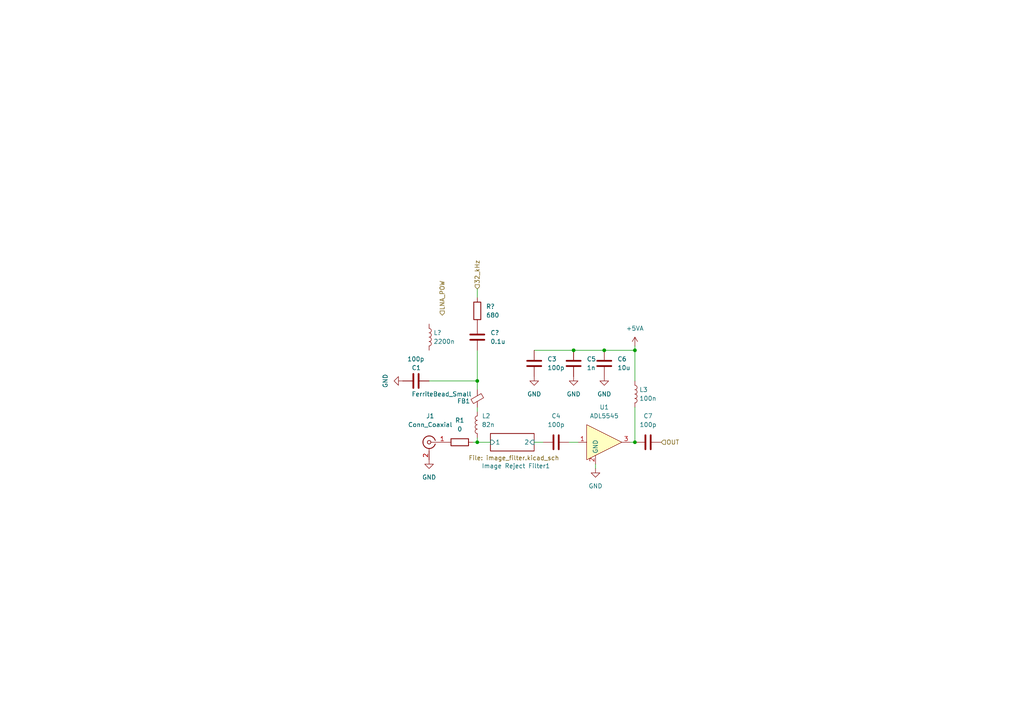
<source format=kicad_sch>
(kicad_sch (version 20211123) (generator eeschema)
  (paper "A4")
  (lib_symbols
    (symbol "Connector:Conn_Coaxial" (pin_names (offset 1.016) hide)
      (property "Reference" "J" (at 0.254 3.048 0))
      (property "Value" "Conn_Coaxial" (at 2.921 0 90))
      (symbol "Conn_Coaxial_0_1"
        (arc (start -1.778 -0.508) (mid 0.222 -1.808) (end 1.778 0) (stroke (width 0.254)))
        (polyline (pts (xy -2.54 0) (xy -0.508 0)))
        (polyline (pts (xy 0 -2.54) (xy 0 -1.778)))
        (circle (center 0 0) (radius 0.508) (stroke (width 0.2032)))
        (arc (start 1.778 0) (mid 0.222 1.8083) (end -1.778 0.508) (stroke (width 0.254)))
      )
      (symbol "Conn_Coaxial_1_1"
        (pin passive line (at -5.08 0 0) (length 2.54) (name "In") (number "1"))
        (pin passive line (at 0 -5.08 90) (length 2.54) (name "Ext") (number "2"))
      )
    )
    (symbol "Device:C" (pin_numbers hide) (pin_names (offset 0.254))
      (property "Reference" "C" (at 0.635 2.54 0))
      (property "Value" "C" (at 0.635 -2.54 0))
      (symbol "C_0_1"
        (polyline (pts (xy -2.032 -0.762) (xy 2.032 -0.762)) (stroke (width 0.508)))
        (polyline (pts (xy -2.032 0.762) (xy 2.032 0.762)) (stroke (width 0.508)))
      )
      (symbol "C_1_1"
        (pin passive line (at 0 3.81 270) (length 2.794) (name "~") (number "1"))
        (pin passive line (at 0 -3.81 90) (length 2.794) (name "~") (number "2"))
      )
    )
    (symbol "Device:FerriteBead_Small" (pin_numbers hide) (pin_names (offset 0))
      (property "Reference" "FB" (at 1.905 1.27 0))
      (property "Value" "FerriteBead_Small" (at 1.905 -1.27 0))
      (symbol "FerriteBead_Small_0_1"
        (polyline (pts (xy 0 -1.27) (xy 0 -0.7874)))
        (polyline (pts (xy 0 0.889) (xy 0 1.2954)))
        (polyline (pts (xy -1.8288 0.2794) (xy -1.1176 1.4986) (xy 1.8288 -0.2032) (xy 1.1176 -1.4224) (xy -1.8288 0.2794)))
      )
      (symbol "FerriteBead_Small_1_1"
        (pin passive line (at 0 2.54 270) (length 1.27) (name "~") (number "1"))
        (pin passive line (at 0 -2.54 90) (length 1.27) (name "~") (number "2"))
      )
    )
    (symbol "Device:L" (pin_numbers hide) (pin_names (offset 1.016) hide)
      (property "Reference" "L" (at -1.27 0 90))
      (property "Value" "L" (at 1.905 0 90))
      (symbol "L_0_1"
        (arc (start 0 -2.54) (mid 0.635 -1.905) (end 0 -1.27))
        (arc (start 0 -1.27) (mid 0.635 -0.635) (end 0 0))
        (arc (start 0 0) (mid 0.635 0.635) (end 0 1.27))
        (arc (start 0 1.27) (mid 0.635 1.905) (end 0 2.54))
      )
      (symbol "L_1_1"
        (pin passive line (at 0 3.81 270) (length 1.27) (name "1") (number "1"))
        (pin passive line (at 0 -3.81 90) (length 1.27) (name "2") (number "2"))
      )
    )
    (symbol "Device:R" (pin_numbers hide) (pin_names (offset 0))
      (property "Reference" "R" (at 2.032 0 90))
      (property "Value" "R" (at 0 0 90))
      (symbol "R_0_1"
        (rectangle (start -1.016 -2.54) (end 1.016 2.54) (stroke (width 0.254)))
      )
      (symbol "R_1_1"
        (pin passive line (at 0 3.81 270) (length 1.27) (name "~") (number "1"))
        (pin passive line (at 0 -3.81 90) (length 1.27) (name "~") (number "2"))
      )
    )
    (symbol "Project Library:ADL5545"
      (property "Reference" "U" (at 0 3.81 0))
      (property "Value" "ADL5545" (at 0 6.35 0))
      (symbol "ADL5545_0_1"
        (polyline (pts (xy -5.08 5.08) (xy -5.08 -5.08) (xy 5.08 0) (xy -5.08 5.08)) (fill (type background)))
      )
      (symbol "ADL5545_1_1"
        (pin input line (at -7.62 0 0) (length 2.54) (name "") (number "1"))
        (pin power_in line (at -2.54 -6.35 90) (length 2.54) (name "GND") (number "2"))
        (pin output line (at 7.62 0 180) (length 2.54) (name "") (number "3"))
      )
    )
    (symbol "power:+5VA" (power) (pin_names (offset 0))
      (property "Value" "+5VA" (at 0 3.556 0))
      (symbol "+5VA_0_1"
        (polyline (pts (xy -0.762 1.27) (xy 0 2.54)))
        (polyline (pts (xy 0 0) (xy 0 2.54)))
        (polyline (pts (xy 0 2.54) (xy 0.762 1.27)))
      )
      (symbol "+5VA_1_1"
        (pin power_in line (at 0 0 90) (length 0) hide (name "+5VA") (number "1"))
      )
    )
    (symbol "power:GND" (power) (pin_names (offset 0))
      (property "Value" "GND" (at 0 -3.81 0))
      (symbol "GND_0_1"
        (polyline (pts (xy 0 0) (xy 0 -1.27) (xy 1.27 -1.27) (xy 0 -2.54) (xy -1.27 -1.27) (xy 0 -1.27)))
      )
      (symbol "GND_1_1"
        (pin power_in line (at 0 0 270) (length 0) hide (name "GND") (number "1"))
      )
    )
  )
  (junction (at 175.26 101.6))
  (junction (at 184.15 101.6))
  (junction (at 184.15 128.27))
  (junction (at 138.43 110.49))
  (junction (at 166.37 101.6))
  (junction (at 138.43 128.27))
  (wire (pts (xy 138.43 128.27) (xy 142.24 128.27)))
  (wire (pts (xy 138.43 101.6) (xy 138.43 110.49)))
  (wire (pts (xy 154.94 128.27) (xy 157.48 128.27)))
  (wire (pts (xy 182.88 128.27) (xy 184.15 128.27)))
  (wire (pts (xy 184.15 100.33) (xy 184.15 101.6)))
  (wire (pts (xy 138.43 110.49) (xy 138.43 113.03)))
  (wire (pts (xy 138.43 119.38) (xy 138.43 118.11)))
  (wire (pts (xy 184.15 118.11) (xy 184.15 128.27)))
  (wire (pts (xy 166.37 101.6) (xy 154.94 101.6)))
  (wire (pts (xy 138.43 128.27) (xy 138.43 127)))
  (wire (pts (xy 184.15 110.49) (xy 184.15 101.6)))
  (wire (pts (xy 137.16 128.27) (xy 138.43 128.27)))
  (wire (pts (xy 165.1 128.27) (xy 167.64 128.27)))
  (wire (pts (xy 184.15 101.6) (xy 175.26 101.6)))
  (wire (pts (xy 138.43 83.82) (xy 138.43 86.36)))
  (wire (pts (xy 175.26 101.6) (xy 166.37 101.6)))
  (wire (pts (xy 172.72 134.62) (xy 172.72 135.89)))
  (wire (pts (xy 124.46 110.49) (xy 138.43 110.49)))
  (hierarchical_label "OUT" (shape input) (at 191.77 128.27 0))
  (hierarchical_label "LNA_POW" (shape input) (at 128.27 91.44 90))
  (hierarchical_label "32_kHz" (shape input) (at 138.43 83.82 90))
  (symbol (lib_id "Device:C") (at 138.43 97.79 0)
    (property "Reference" "C?" (at 142.24 96.5199 0) (effects (justify left)))
    (property "Value" "0.1u" (at 142.24 99.0599 0) (effects (justify left)))
  )
  (symbol (lib_id "power:+5VA") (at 184.15 100.33 0)
    (property "Reference" "#PWR07" (effects hide))
    (property "Value" "+5VA" (at 184.15 95.25 0))
  )
  (symbol (lib_id "power:GND") (at 116.84 110.49 270) (mirror x)
    (property "Reference" "#PWR02" (effects hide))
    (property "Value" "GND" (at 111.76 110.49 0))
  )
  (symbol (lib_id "power:GND") (at 154.94 109.22 0)
    (property "Reference" "#PWR03" (effects hide))
    (property "Value" "GND" (at 154.94 114.3 0))
  )
  (symbol (lib_id "Device:R") (at 133.35 128.27 90)
    (property "Reference" "R1" (at 133.35 121.92 90))
    (property "Value" "0" (at 133.35 124.46 90))
    (property "Footprint" "Resistor_SMD:R_0402_1005Metric" (effects hide))
    (property "PartNumber" "RC0402JR-130RL" (effects hide))
  )
  (symbol (lib_id "Device:C") (at 175.26 105.41 180)
    (property "Reference" "C6" (at 179.07 104.1399 0) (effects (justify right)))
    (property "Value" "10u" (at 179.07 106.6799 0) (effects (justify right)))
    (property "Footprint" "Capacitor_SMD:C_1206_3216Metric" (effects hide))
    (property "PartNumber" "CL31A106KAHNNNE" (effects hide))
  )
  (symbol (lib_id "Device:L") (at 138.43 123.19 180)
    (property "Reference" "L2" (at 142.24 120.65 0) (effects (justify left)))
    (property "Value" "82n" (at 143.51 123.19 0) (effects (justify left)))
    (property "Footprint" "Inductor_SMD:L_0402_1005Metric" (effects hide))
    (property "PartNumber" "0402DC-82NXGRW" (effects hide))
  )
  (symbol (lib_id "Device:C") (at 154.94 105.41 180)
    (property "Reference" "C3" (at 158.75 104.1399 0) (effects (justify right)))
    (property "Value" "100p" (at 158.75 106.6799 0) (effects (justify right)))
    (property "Footprint" "Capacitor_SMD:C_0603_1608Metric" (effects hide))
    (property "PartNumber" "CL10C101JB8NNNC" (effects hide))
  )
  (symbol (lib_id "power:GND") (at 172.72 135.89 0)
    (property "Reference" "#PWR05" (effects hide))
    (property "Value" "GND" (at 172.72 140.97 0))
  )
  (symbol (lib_id "power:GND") (at 175.26 109.22 0)
    (property "Reference" "#PWR06" (effects hide))
    (property "Value" "GND" (at 175.26 114.3 0))
  )
  (symbol (lib_id "Device:L") (at 184.15 114.3 0)
    (property "Reference" "L3" (at 185.42 113.0299 0) (effects (justify left)))
    (property "Value" "100n" (at 185.42 115.5699 0) (effects (justify left)))
    (property "Footprint" "Inductor_SMD:L_0603_1608Metric" (effects hide))
    (property "PartNumber" "MLZ1608DR10DT000" (effects hide))
  )
  (symbol (lib_id "Device:C") (at 161.29 128.27 90)
    (property "Reference" "C4" (at 161.29 120.65 90))
    (property "Value" "100p" (at 161.29 123.19 90))
    (property "Footprint" "Capacitor_SMD:C_0402_1005Metric" (effects hide))
    (property "PartNumber" "CL05C101JB5NNNC" (effects hide))
  )
  (symbol (lib_id "Device:C") (at 120.65 110.49 90) (mirror x)
    (property "Reference" "C1" (at 119.38 106.68 90) (effects (justify right)))
    (property "Value" "100p" (at 118.11 104.14 90) (effects (justify right)))
    (property "Footprint" "Capacitor_SMD:C_0603_1608Metric" (effects hide))
    (property "PartNumber" "CL10C101JB8NNNC" (effects hide))
  )
  (symbol (lib_id "Device:FerriteBead_Small") (at 138.43 115.57 0) (mirror x)
    (property "Reference" "FB1" (at 132.588 116.332 0) (effects (justify left)))
    (property "Value" "FerriteBead_Small" (at 119.38 114.3 0) (effects (justify left)))
    (property "Footprint" "Inductor_SMD:L_0603_1608Metric" (effects hide))
    (property "PartNumber" "BLM18KG102SZ1D" (effects hide))
  )
  (symbol (lib_id "Device:R") (at 138.43 90.17 0)
    (property "Reference" "R?" (at 140.97 88.8999 0) (effects (justify left)))
    (property "Value" "680" (at 140.97 91.4399 0) (effects (justify left)))
  )
  (symbol (lib_id "Project Library:ADL5545") (at 175.26 128.27 0)
    (property "Reference" "U1" (at 175.26 118.11 0))
    (property "Value" "ADL5545" (at 175.26 120.65 0))
    (property "Footprint" "Library:ADL5545" (effects hide))
    (property "PartNumber" "ADL5545ARKZ-R7" (effects hide))
  )
  (symbol (lib_id "Device:C") (at 187.96 128.27 90)
    (property "Reference" "C7" (at 187.96 120.65 90))
    (property "Value" "100p" (at 187.96 123.19 90))
    (property "Footprint" "Capacitor_SMD:C_0402_1005Metric" (effects hide))
    (property "PartNumber" "CL05C101JB5NNNC" (effects hide))
  )
  (symbol (lib_id "power:GND") (at 124.46 133.35 0)
    (property "Reference" "#PWR01" (effects hide))
    (property "Value" "GND" (at 124.46 138.43 0))
  )
  (symbol (lib_id "Device:C") (at 166.37 105.41 180)
    (property "Reference" "C5" (at 170.18 104.1399 0) (effects (justify right)))
    (property "Value" "1n" (at 170.18 106.6799 0) (effects (justify right)))
    (property "Footprint" "Capacitor_SMD:C_0603_1608Metric" (effects hide))
    (property "PartNumber" "CL10C102JB8NNNC" (effects hide))
  )
  (symbol (lib_id "Device:L") (at 124.46 97.79 0)
    (property "Reference" "L?" (at 125.73 96.5199 0) (effects (justify left)))
    (property "Value" "2200n" (at 125.73 99.0599 0) (effects (justify left)))
  )
  (symbol (lib_id "power:GND") (at 166.37 109.22 0)
    (property "Reference" "#PWR04" (effects hide))
    (property "Value" "GND" (at 166.37 114.3 0))
  )
  (symbol (lib_id "Connector:Conn_Coaxial") (at 124.46 128.27 0) (mirror y)
    (property "Reference" "J1" (at 124.7774 120.65 0))
    (property "Value" "Conn_Coaxial" (at 124.7774 123.19 0))
    (property "Footprint" "Library:SMA_Samtec_SMA-J-P-X-ST-EM1_EdgeMount" (effects hide))
    (property "Datasheet" " ~" (effects hide))
    (property "PartNumber" "SMA-J-P-H-ST-EM1" (effects hide))
  )
  (sheet (at 142.24 125.73) (size 12.7 5.08) (stroke (width 0.1524))
    (property "Sheet name" "Image Reject Filter1" (at 139.7 135.89 0) (effects (justify left bottom)))
    (property "Sheet file" "image_filter.kicad_sch" (at 135.89 132.08 0) (effects (justify left top)))
    (pin "2" input (at 154.94 128.27 0))
    (pin "1" input (at 142.24 128.27 180))
  )
)
</source>
